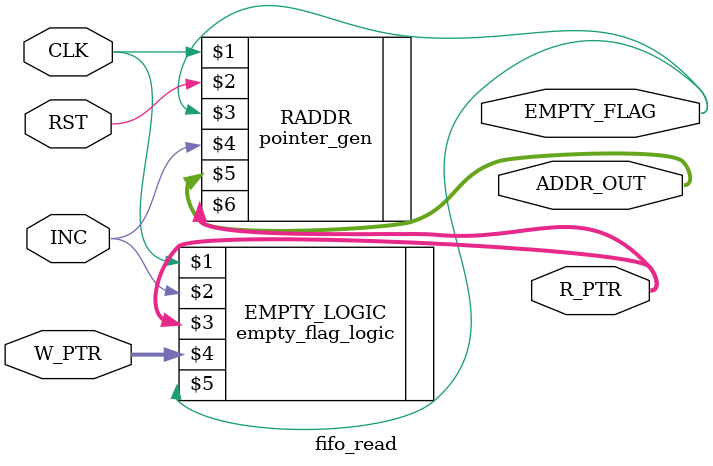
<source format=sv>
/************************************************************************************
***                                                                               ***
*** ECE 527 		                              Julio Rodriguez, Spring,2020***
***                                                                               ***
*** Address & Pointer generator for FIFO                                          ***
*************************************************************************************
*** fifo_read.sv              	   		 created by Julio R. , Apr 20 2020***
*** - Version 1.0								  ***
*** FLAG low means not full or empty, RST is active low				  ***
*************************************************************************************/							
`timescale 1ps/1ps

module fifo_read(CLK,RST,INC,W_PTR,EMPTY_FLAG,ADDR_OUT,R_PTR);

	parameter WIDTH =8 ;	 
   	input CLK,RST,INC;//inc signal = read enable 
	input [WIDTH-1:0] W_PTR;

	output EMPTY_FLAG; //empty signal goes to ptr_gen & receiver device
   	output reg [WIDTH-2:0] ADDR_OUT;
	output reg [WIDTH-1:0] R_PTR;
	
	reg FULL;
	
	//instances
	pointer_gen #(.WIDTH(WIDTH)) RADDR (CLK,RST,EMPTY_FLAG,INC,ADDR_OUT,R_PTR);
	empty_flag_logic #(.WIDTH(WIDTH)) EMPTY_LOGIC (CLK,INC,R_PTR,W_PTR,EMPTY_FLAG);
endmodule




</source>
